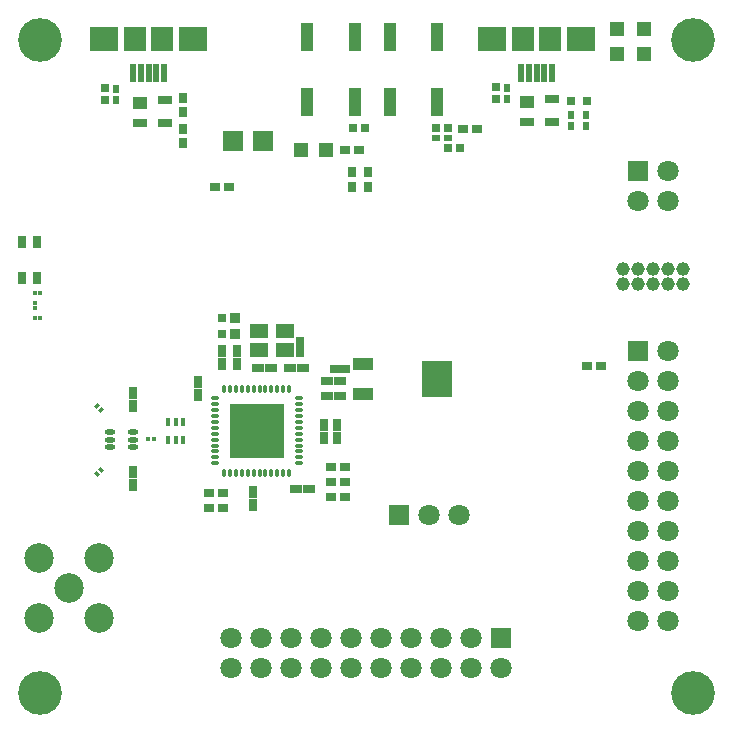
<source format=gts>
%FSLAX43Y43*%
%MOMM*%
G71*
G01*
G75*
G04 Layer_Color=8388736*
%ADD10R,0.600X1.000*%
%ADD11R,0.400X1.400*%
%ADD12R,2.300X1.900*%
%ADD13R,1.775X1.900*%
%ADD14R,0.650X0.500*%
%ADD15R,1.000X2.250*%
%ADD16R,1.400X1.150*%
%ADD17R,1.600X1.000*%
%ADD18R,2.500X3.000*%
%ADD19O,0.800X0.400*%
%ADD20O,0.250X0.700*%
%ADD21O,0.700X0.250*%
%ADD22R,4.500X4.500*%
%ADD23R,1.200X1.200*%
%ADD24R,1.100X0.600*%
%ADD25R,1.100X1.000*%
%ADD26R,0.350X0.700*%
%ADD27R,0.700X0.700*%
%ADD28R,0.282X0.205*%
%ADD29R,0.550X0.600*%
%ADD30R,0.650X0.800*%
%ADD31R,0.500X0.650*%
%ADD32R,0.762X0.762*%
%ADD33R,0.205X0.282*%
%ADD34R,0.600X0.900*%
%ADD35R,0.800X0.650*%
%ADD36R,0.600X0.550*%
G04:AMPARAMS|DCode=37|XSize=0.205mm|YSize=0.282mm|CornerRadius=0mm|HoleSize=0mm|Usage=FLASHONLY|Rotation=135.000|XOffset=0mm|YOffset=0mm|HoleType=Round|Shape=Rectangle|*
%AMROTATEDRECTD37*
4,1,4,0.172,0.027,-0.027,-0.172,-0.172,-0.027,0.027,0.172,0.172,0.027,0.0*
%
%ADD37ROTATEDRECTD37*%

G04:AMPARAMS|DCode=38|XSize=0.205mm|YSize=0.282mm|CornerRadius=0mm|HoleSize=0mm|Usage=FLASHONLY|Rotation=225.000|XOffset=0mm|YOffset=0mm|HoleType=Round|Shape=Rectangle|*
%AMROTATEDRECTD38*
4,1,4,-0.027,0.172,0.172,-0.027,0.027,-0.172,-0.172,0.027,-0.027,0.172,0.0*
%
%ADD38ROTATEDRECTD38*%

%ADD39R,0.900X0.600*%
%ADD40R,1.200X1.200*%
%ADD41R,0.700X0.700*%
%ADD42C,0.254*%
%ADD43C,0.203*%
%ADD44C,0.180*%
%ADD45C,0.150*%
%ADD46C,0.300*%
%ADD47C,0.125*%
%ADD48C,0.200*%
%ADD49C,0.114*%
%ADD50C,0.250*%
%ADD51C,0.205*%
%ADD52R,0.450X2.959*%
%ADD53R,2.025X0.450*%
%ADD54R,1.650X0.550*%
%ADD55R,0.601X0.571*%
%ADD56R,0.763X0.125*%
%ADD57R,0.600X0.670*%
%ADD58R,0.598X0.716*%
%ADD59R,2.386X0.197*%
%ADD60R,0.350X3.200*%
%ADD61R,1.700X1.700*%
%ADD62C,1.700*%
%ADD63R,1.700X1.700*%
%ADD64C,2.400*%
%ADD65C,1.050*%
%ADD66C,3.600*%
%ADD67C,0.762*%
%ADD68C,0.500*%
%ADD69C,0.450*%
%ADD70C,0.400*%
%ADD71C,0.550*%
%ADD72C,0.500*%
%ADD73C,1.600*%
G04:AMPARAMS|DCode=74|XSize=2.524mm|YSize=2.524mm|CornerRadius=0mm|HoleSize=0mm|Usage=FLASHONLY|Rotation=0.000|XOffset=0mm|YOffset=0mm|HoleType=Round|Shape=Relief|Width=0.254mm|Gap=0.254mm|Entries=4|*
%AMTHD74*
7,0,0,2.524,2.016,0.254,45*
%
%ADD74THD74*%
%ADD75C,2.100*%
G04:AMPARAMS|DCode=76|XSize=3.124mm|YSize=3.124mm|CornerRadius=0mm|HoleSize=0mm|Usage=FLASHONLY|Rotation=0.000|XOffset=0mm|YOffset=0mm|HoleType=Round|Shape=Relief|Width=0.254mm|Gap=0.254mm|Entries=4|*
%AMTHD76*
7,0,0,3.124,2.616,0.254,45*
%
%ADD76THD76*%
G04:AMPARAMS|DCode=77|XSize=1.45mm|YSize=1.45mm|CornerRadius=0mm|HoleSize=0mm|Usage=FLASHONLY|Rotation=0.000|XOffset=0mm|YOffset=0mm|HoleType=Round|Shape=Relief|Width=0.2mm|Gap=0.2mm|Entries=4|*
%AMTHD77*
7,0,0,1.450,1.050,0.200,45*
%
%ADD77THD77*%
%ADD78C,1.250*%
G04:AMPARAMS|DCode=79|XSize=4.224mm|YSize=4.224mm|CornerRadius=0mm|HoleSize=0mm|Usage=FLASHONLY|Rotation=0.000|XOffset=0mm|YOffset=0mm|HoleType=Round|Shape=Relief|Width=0.254mm|Gap=0.254mm|Entries=4|*
%AMTHD79*
7,0,0,4.224,3.716,0.254,45*
%
%ADD79THD79*%
%ADD80C,0.800*%
%ADD81C,0.850*%
%ADD82C,0.400*%
%ADD83C,2.200*%
%ADD84C,3.300*%
%ADD85C,0.930*%
%ADD86C,1.270*%
%ADD87R,1.300X1.600*%
%ADD88R,0.600X0.250*%
%ADD89R,1.600X1.500*%
%ADD90C,0.280*%
%ADD91R,1.700X0.350*%
%ADD92R,1.300X0.600*%
%ADD93R,0.350X0.850*%
%ADD94R,0.950X1.750*%
%ADD95C,0.300*%
%ADD96C,0.800*%
%ADD97C,1.000*%
%ADD98C,0.100*%
%ADD99C,0.050*%
%ADD100C,0.102*%
%ADD101R,0.800X1.000*%
%ADD102R,0.875X0.550*%
%ADD103R,2.100X2.100*%
%ADD104R,2.100X2.100*%
%ADD105R,1.700X1.700*%
%ADD106R,1.800X0.700*%
%ADD107R,0.700X1.800*%
%ADD108R,0.700X1.100*%
%ADD109R,0.500X1.500*%
%ADD110R,2.400X2.000*%
%ADD111R,1.875X2.000*%
%ADD112R,0.750X0.600*%
%ADD113R,1.100X2.350*%
%ADD114R,1.500X1.250*%
%ADD115R,1.700X1.100*%
%ADD116R,2.600X3.100*%
%ADD117O,0.900X0.500*%
%ADD118O,0.350X0.800*%
%ADD119O,0.800X0.350*%
%ADD120R,4.600X4.600*%
%ADD121R,1.300X1.300*%
%ADD122R,1.200X0.700*%
%ADD123R,1.200X1.100*%
%ADD124R,0.450X0.800*%
%ADD125R,0.800X0.800*%
%ADD126R,0.408X0.332*%
%ADD127R,0.650X0.700*%
%ADD128R,0.750X0.900*%
%ADD129R,0.600X0.750*%
%ADD130R,0.862X0.862*%
%ADD131R,0.332X0.408*%
%ADD132R,0.700X1.000*%
%ADD133R,0.900X0.750*%
%ADD134R,0.700X0.650*%
G04:AMPARAMS|DCode=135|XSize=0.332mm|YSize=0.408mm|CornerRadius=0mm|HoleSize=0mm|Usage=FLASHONLY|Rotation=135.000|XOffset=0mm|YOffset=0mm|HoleType=Round|Shape=Rectangle|*
%AMROTATEDRECTD135*
4,1,4,0.261,0.027,-0.027,-0.261,-0.261,-0.027,0.027,0.261,0.261,0.027,0.0*
%
%ADD135ROTATEDRECTD135*%

G04:AMPARAMS|DCode=136|XSize=0.332mm|YSize=0.408mm|CornerRadius=0mm|HoleSize=0mm|Usage=FLASHONLY|Rotation=225.000|XOffset=0mm|YOffset=0mm|HoleType=Round|Shape=Rectangle|*
%AMROTATEDRECTD136*
4,1,4,-0.027,0.261,0.261,-0.027,0.027,-0.261,-0.261,0.027,-0.027,0.261,0.0*
%
%ADD136ROTATEDRECTD136*%

%ADD137R,1.000X0.700*%
%ADD138R,1.300X1.300*%
%ADD139R,0.800X0.800*%
%ADD140R,1.800X1.800*%
%ADD141C,1.800*%
%ADD142R,1.800X1.800*%
%ADD143C,2.500*%
%ADD144C,1.150*%
%ADD145C,3.700*%
D106*
X-32228Y-30258D02*
D03*
D107*
X-35585Y-28421D02*
D03*
D108*
X-57900Y-22500D02*
D03*
X-59200D02*
D03*
X-57900Y-19500D02*
D03*
X-59200D02*
D03*
D109*
X-47134Y-5150D02*
D03*
X-47784D02*
D03*
X-48434D02*
D03*
X-49084D02*
D03*
X-49734D02*
D03*
X-14300D02*
D03*
X-14950D02*
D03*
X-15600D02*
D03*
X-16250D02*
D03*
X-16900D02*
D03*
D110*
X-44684Y-2300D02*
D03*
X-52184D02*
D03*
X-11850D02*
D03*
X-19350D02*
D03*
D111*
X-47271D02*
D03*
X-49597D02*
D03*
X-14438D02*
D03*
X-16763D02*
D03*
D112*
X-32703Y-30258D02*
D03*
X-31753D02*
D03*
X-23125Y-10675D02*
D03*
X-24075D02*
D03*
D113*
X-35000Y-7650D02*
D03*
Y-2150D02*
D03*
X-31000D02*
D03*
Y-7650D02*
D03*
X-28000D02*
D03*
Y-2150D02*
D03*
X-24000D02*
D03*
Y-7650D02*
D03*
D114*
X-36872Y-28648D02*
D03*
X-39072D02*
D03*
Y-27048D02*
D03*
X-36872D02*
D03*
D115*
X-30266Y-29796D02*
D03*
Y-32396D02*
D03*
D116*
X-24016Y-31096D02*
D03*
D117*
X-51700Y-35575D02*
D03*
Y-36225D02*
D03*
Y-36875D02*
D03*
X-49800D02*
D03*
Y-35575D02*
D03*
Y-36225D02*
D03*
D118*
X-36550Y-31925D02*
D03*
X-37050D02*
D03*
X-37550D02*
D03*
X-38050D02*
D03*
X-38550D02*
D03*
X-39050D02*
D03*
X-39550D02*
D03*
X-40050D02*
D03*
X-40550D02*
D03*
X-41050D02*
D03*
X-41550D02*
D03*
X-42050D02*
D03*
Y-39025D02*
D03*
X-41550D02*
D03*
X-41050D02*
D03*
X-40550D02*
D03*
X-40050D02*
D03*
X-39550D02*
D03*
X-39050D02*
D03*
X-38550D02*
D03*
X-38050D02*
D03*
X-37550D02*
D03*
X-37050D02*
D03*
X-36550D02*
D03*
D119*
X-42850Y-32725D02*
D03*
Y-33225D02*
D03*
Y-33725D02*
D03*
Y-34225D02*
D03*
Y-34725D02*
D03*
Y-35225D02*
D03*
Y-35725D02*
D03*
Y-36225D02*
D03*
Y-36725D02*
D03*
Y-37225D02*
D03*
Y-37725D02*
D03*
Y-38225D02*
D03*
X-35750D02*
D03*
Y-37725D02*
D03*
Y-37225D02*
D03*
Y-36725D02*
D03*
Y-36225D02*
D03*
Y-35725D02*
D03*
Y-35225D02*
D03*
Y-34725D02*
D03*
Y-34225D02*
D03*
Y-33725D02*
D03*
Y-33225D02*
D03*
Y-32725D02*
D03*
D120*
X-39300Y-35475D02*
D03*
D121*
X-35500Y-11700D02*
D03*
X-33400D02*
D03*
D122*
X-47059Y-7478D02*
D03*
Y-9378D02*
D03*
X-49159D02*
D03*
X-14300Y-7400D02*
D03*
Y-9300D02*
D03*
X-16400D02*
D03*
D123*
X-49159Y-7678D02*
D03*
X-16400Y-7600D02*
D03*
D124*
X-46800Y-36225D02*
D03*
X-46150D02*
D03*
X-45500D02*
D03*
X-46800Y-34725D02*
D03*
X-46150D02*
D03*
X-45500D02*
D03*
D125*
X-42250Y-25885D02*
D03*
Y-27285D02*
D03*
D126*
X-58058Y-24641D02*
D03*
Y-25115D02*
D03*
D127*
X-52100Y-7478D02*
D03*
Y-6478D02*
D03*
X-19000Y-6400D02*
D03*
Y-7400D02*
D03*
D128*
X-45510Y-9900D02*
D03*
Y-11100D02*
D03*
X-31225Y-13592D02*
D03*
Y-14792D02*
D03*
X-29887Y-13600D02*
D03*
Y-14800D02*
D03*
X-45510Y-7295D02*
D03*
Y-8495D02*
D03*
D129*
X-51200Y-6503D02*
D03*
Y-7453D02*
D03*
X-35586Y-28896D02*
D03*
Y-27946D02*
D03*
X-18100Y-7375D02*
D03*
Y-6425D02*
D03*
X-12700Y-8700D02*
D03*
Y-9650D02*
D03*
X-11400Y-8700D02*
D03*
Y-9650D02*
D03*
D130*
X-41122Y-27309D02*
D03*
Y-25912D02*
D03*
D131*
X-57622Y-23819D02*
D03*
X-58096D02*
D03*
X-48016Y-36193D02*
D03*
X-48491D02*
D03*
X-57619Y-25947D02*
D03*
X-58094D02*
D03*
D132*
X-33625Y-36125D02*
D03*
Y-35025D02*
D03*
X-40979Y-29792D02*
D03*
Y-28692D02*
D03*
X-49808Y-38959D02*
D03*
Y-40059D02*
D03*
X-49796Y-33397D02*
D03*
Y-32297D02*
D03*
X-39625Y-41775D02*
D03*
Y-40675D02*
D03*
X-42206Y-28698D02*
D03*
Y-29798D02*
D03*
X-44260Y-32413D02*
D03*
Y-31313D02*
D03*
X-32532Y-36125D02*
D03*
Y-35025D02*
D03*
D133*
X-11330Y-30000D02*
D03*
X-10130D02*
D03*
X-31825Y-11700D02*
D03*
X-30625D02*
D03*
X-21800Y-9900D02*
D03*
X-20600D02*
D03*
X-31775Y-39825D02*
D03*
X-32975D02*
D03*
X-31775Y-41075D02*
D03*
X-32975D02*
D03*
X-31775Y-38575D02*
D03*
X-32975D02*
D03*
X-42157Y-40730D02*
D03*
X-43357D02*
D03*
X-42153Y-41980D02*
D03*
X-43353D02*
D03*
X-41650Y-14874D02*
D03*
X-42850D02*
D03*
D134*
X-22120Y-11535D02*
D03*
X-23120D02*
D03*
X-23100Y-9800D02*
D03*
X-24100D02*
D03*
X-30150Y-9850D02*
D03*
X-31150D02*
D03*
D135*
X-52465Y-33736D02*
D03*
X-52801Y-33400D02*
D03*
D136*
X-52450Y-38759D02*
D03*
X-52786Y-39095D02*
D03*
D137*
X-33350Y-32546D02*
D03*
X-32250D02*
D03*
X-33303Y-31271D02*
D03*
X-32203D02*
D03*
X-38050Y-30139D02*
D03*
X-39150D02*
D03*
X-36494D02*
D03*
X-35394D02*
D03*
X-35944Y-40414D02*
D03*
X-34844D02*
D03*
D138*
X-8750Y-3550D02*
D03*
Y-1450D02*
D03*
X-6500Y-3550D02*
D03*
Y-1450D02*
D03*
D139*
X-12700Y-7575D02*
D03*
X-11300D02*
D03*
D140*
X-27215Y-42600D02*
D03*
X-41270Y-10950D02*
D03*
X-38730D02*
D03*
X-18570Y-53030D02*
D03*
D141*
X-24675Y-42600D02*
D03*
X-22135D02*
D03*
X-6970Y-16030D02*
D03*
X-4430D02*
D03*
Y-13490D02*
D03*
Y-51590D02*
D03*
X-6970Y-41430D02*
D03*
X-4430D02*
D03*
Y-43970D02*
D03*
X-6970D02*
D03*
X-4430Y-46510D02*
D03*
X-6970D02*
D03*
X-4430Y-49050D02*
D03*
X-6970D02*
D03*
Y-51590D02*
D03*
Y-38890D02*
D03*
Y-36350D02*
D03*
X-4430D02*
D03*
X-6970Y-33810D02*
D03*
X-4430D02*
D03*
X-6970Y-31270D02*
D03*
X-4430D02*
D03*
Y-28730D02*
D03*
Y-38890D02*
D03*
X-28730Y-55570D02*
D03*
X-18570D02*
D03*
X-21110D02*
D03*
Y-53030D02*
D03*
X-23650Y-55570D02*
D03*
Y-53030D02*
D03*
X-26190Y-55570D02*
D03*
Y-53030D02*
D03*
X-28730D02*
D03*
X-41430D02*
D03*
X-38890D02*
D03*
Y-55570D02*
D03*
X-36350Y-53030D02*
D03*
Y-55570D02*
D03*
X-33810Y-53030D02*
D03*
Y-55570D02*
D03*
X-31270D02*
D03*
Y-53030D02*
D03*
X-41430Y-55570D02*
D03*
D142*
X-6970Y-13490D02*
D03*
Y-28730D02*
D03*
D143*
X-55195Y-48780D02*
D03*
X-52655Y-46240D02*
D03*
X-57735Y-51320D02*
D03*
X-52655D02*
D03*
X-57735Y-46240D02*
D03*
D144*
X-3174Y-23015D02*
D03*
Y-21745D02*
D03*
X-8253D02*
D03*
X-6984D02*
D03*
X-5714D02*
D03*
X-4444D02*
D03*
Y-23015D02*
D03*
X-5714D02*
D03*
X-6984D02*
D03*
X-8253D02*
D03*
D145*
X-57650Y-57650D02*
D03*
X-2350D02*
D03*
X-57650Y-2350D02*
D03*
X-2350D02*
D03*
M02*

</source>
